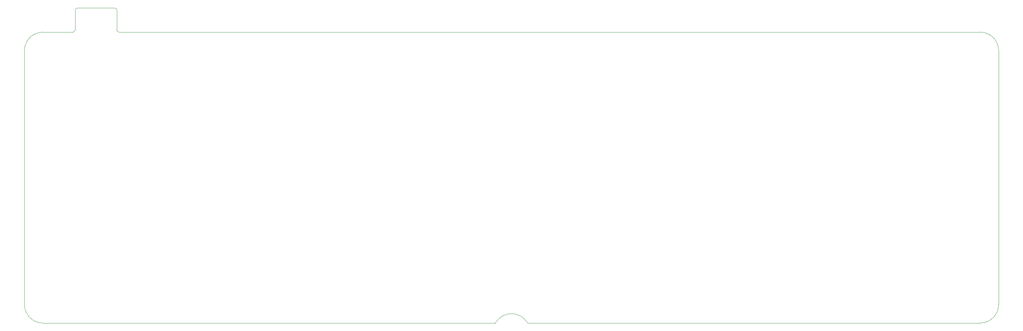
<source format=gm1>
G04 #@! TF.GenerationSoftware,KiCad,Pcbnew,(6.0.1-0)*
G04 #@! TF.CreationDate,2022-06-05T08:42:12-05:00*
G04 #@! TF.ProjectId,pcb,7063622e-6b69-4636-9164-5f7063625858,rev?*
G04 #@! TF.SameCoordinates,Original*
G04 #@! TF.FileFunction,Profile,NP*
%FSLAX46Y46*%
G04 Gerber Fmt 4.6, Leading zero omitted, Abs format (unit mm)*
G04 Created by KiCad (PCBNEW (6.0.1-0)) date 2022-06-05 08:42:12*
%MOMM*%
%LPD*%
G01*
G04 APERTURE LIST*
G04 #@! TA.AperFunction,Profile*
%ADD10C,0.050000*%
G04 #@! TD*
G04 APERTURE END LIST*
D10*
X91057416Y-43668942D02*
X91057416Y-38608805D01*
X329182616Y-49026759D02*
G75*
G03*
X324420112Y-44264255I-4762504J0D01*
G01*
X324420112Y-119273693D02*
G75*
G03*
X329182616Y-114511189I0J4762504D01*
G01*
X82723034Y-44264255D02*
G75*
G03*
X77960530Y-49026759I0J-4762504D01*
G01*
X329182616Y-49026759D02*
X329182616Y-114511189D01*
X77960530Y-114511189D02*
G75*
G03*
X82723034Y-119273693I4762504J0D01*
G01*
X207738763Y-119273693D02*
G75*
G03*
X199404383Y-119273693I-4167190J-2381252D01*
G01*
X101773051Y-43668958D02*
G75*
G03*
X102368363Y-44264270I595313J1D01*
G01*
X324420112Y-44264255D02*
X102368363Y-44264270D01*
X91652729Y-38013494D02*
X101177738Y-38013494D01*
X199404383Y-119273693D02*
X82723034Y-119273693D01*
X77960530Y-114511189D02*
X77960530Y-49026759D01*
X101773050Y-38608806D02*
X101773050Y-43668958D01*
X101773050Y-38608806D02*
G75*
G03*
X101177738Y-38013494I-595313J-1D01*
G01*
X91652728Y-38013494D02*
G75*
G03*
X91057416Y-38608806I1J-595313D01*
G01*
X90462104Y-44264255D02*
G75*
G03*
X91057416Y-43668943I-1J595313D01*
G01*
X324420112Y-119273693D02*
X207738763Y-119273693D01*
X82723034Y-44264255D02*
X90462104Y-44264255D01*
M02*

</source>
